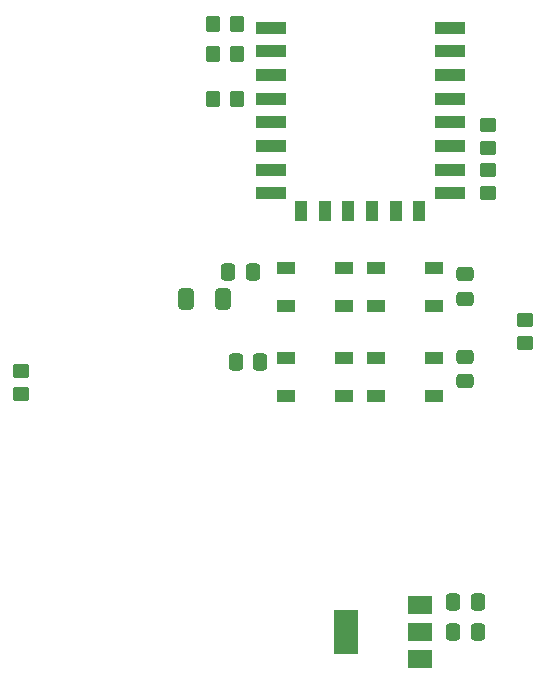
<source format=gbr>
%TF.GenerationSoftware,KiCad,Pcbnew,(6.0.1)*%
%TF.CreationDate,2022-02-03T22:35:59+01:00*%
%TF.ProjectId,ESP8266_12F_BASIC,45535038-3236-4365-9f31-32465f424153,rev?*%
%TF.SameCoordinates,Original*%
%TF.FileFunction,Paste,Top*%
%TF.FilePolarity,Positive*%
%FSLAX46Y46*%
G04 Gerber Fmt 4.6, Leading zero omitted, Abs format (unit mm)*
G04 Created by KiCad (PCBNEW (6.0.1)) date 2022-02-03 22:35:59*
%MOMM*%
%LPD*%
G01*
G04 APERTURE LIST*
G04 Aperture macros list*
%AMRoundRect*
0 Rectangle with rounded corners*
0 $1 Rounding radius*
0 $2 $3 $4 $5 $6 $7 $8 $9 X,Y pos of 4 corners*
0 Add a 4 corners polygon primitive as box body*
4,1,4,$2,$3,$4,$5,$6,$7,$8,$9,$2,$3,0*
0 Add four circle primitives for the rounded corners*
1,1,$1+$1,$2,$3*
1,1,$1+$1,$4,$5*
1,1,$1+$1,$6,$7*
1,1,$1+$1,$8,$9*
0 Add four rect primitives between the rounded corners*
20,1,$1+$1,$2,$3,$4,$5,0*
20,1,$1+$1,$4,$5,$6,$7,0*
20,1,$1+$1,$6,$7,$8,$9,0*
20,1,$1+$1,$8,$9,$2,$3,0*%
G04 Aperture macros list end*
%ADD10RoundRect,0.250000X0.350000X0.450000X-0.350000X0.450000X-0.350000X-0.450000X0.350000X-0.450000X0*%
%ADD11R,1.500000X1.000000*%
%ADD12R,2.000000X1.500000*%
%ADD13R,2.000000X3.800000*%
%ADD14RoundRect,0.250000X0.450000X-0.350000X0.450000X0.350000X-0.450000X0.350000X-0.450000X-0.350000X0*%
%ADD15RoundRect,0.250000X-0.412500X-0.650000X0.412500X-0.650000X0.412500X0.650000X-0.412500X0.650000X0*%
%ADD16RoundRect,0.250000X0.337500X0.475000X-0.337500X0.475000X-0.337500X-0.475000X0.337500X-0.475000X0*%
%ADD17RoundRect,0.250000X-0.337500X-0.475000X0.337500X-0.475000X0.337500X0.475000X-0.337500X0.475000X0*%
%ADD18RoundRect,0.250000X-0.475000X0.337500X-0.475000X-0.337500X0.475000X-0.337500X0.475000X0.337500X0*%
%ADD19R,2.500000X1.000000*%
%ADD20R,1.000000X1.800000*%
G04 APERTURE END LIST*
D10*
%TO.C,R4*%
X141970000Y-81915000D03*
X139970000Y-81915000D03*
%TD*%
D11*
%TO.C,D2*%
X153760000Y-96190000D03*
X153760000Y-99390000D03*
X158660000Y-99390000D03*
X158660000Y-96190000D03*
%TD*%
%TO.C,D1*%
X146140000Y-96190000D03*
X146140000Y-99390000D03*
X151040000Y-99390000D03*
X151040000Y-96190000D03*
%TD*%
D12*
%TO.C,U2*%
X157455000Y-129300000D03*
X157455000Y-127000000D03*
D13*
X151155000Y-127000000D03*
D12*
X157455000Y-124700000D03*
%TD*%
D14*
%TO.C,R6*%
X163195000Y-89900000D03*
X163195000Y-87900000D03*
%TD*%
D15*
%TO.C,C4*%
X137629500Y-98806000D03*
X140754500Y-98806000D03*
%TD*%
D16*
%TO.C,C5*%
X143277500Y-96520000D03*
X141202500Y-96520000D03*
%TD*%
D14*
%TO.C,R7*%
X166370000Y-102600000D03*
X166370000Y-100600000D03*
%TD*%
D17*
%TO.C,C1*%
X160252500Y-124460000D03*
X162327500Y-124460000D03*
%TD*%
D14*
%TO.C,R5*%
X163195000Y-86090000D03*
X163195000Y-84090000D03*
%TD*%
D16*
%TO.C,C7*%
X143912500Y-104140000D03*
X141837500Y-104140000D03*
%TD*%
D18*
%TO.C,C6*%
X161290000Y-96752500D03*
X161290000Y-98827500D03*
%TD*%
%TO.C,C8*%
X161290000Y-103737500D03*
X161290000Y-105812500D03*
%TD*%
D14*
%TO.C,R2*%
X123698000Y-106918000D03*
X123698000Y-104918000D03*
%TD*%
D10*
%TO.C,R3*%
X141970000Y-75565000D03*
X139970000Y-75565000D03*
%TD*%
D17*
%TO.C,C2*%
X160252500Y-127000000D03*
X162327500Y-127000000D03*
%TD*%
D19*
%TO.C,U1*%
X144800000Y-75875000D03*
X144800000Y-77875000D03*
X144800000Y-79875000D03*
X144800000Y-81875000D03*
X144800000Y-83875000D03*
X144800000Y-85875000D03*
X144800000Y-87875000D03*
X144800000Y-89875000D03*
D20*
X147400000Y-91375000D03*
X149400000Y-91375000D03*
X151400000Y-91375000D03*
X153400000Y-91375000D03*
X155400000Y-91375000D03*
X157400000Y-91375000D03*
D19*
X160000000Y-89875000D03*
X160000000Y-87875000D03*
X160000000Y-85875000D03*
X160000000Y-83875000D03*
X160000000Y-81875000D03*
X160000000Y-79875000D03*
X160000000Y-77875000D03*
X160000000Y-75875000D03*
%TD*%
D11*
%TO.C,D4*%
X153760000Y-103810000D03*
X153760000Y-107010000D03*
X158660000Y-107010000D03*
X158660000Y-103810000D03*
%TD*%
%TO.C,D3*%
X146140000Y-103810000D03*
X146140000Y-107010000D03*
X151040000Y-107010000D03*
X151040000Y-103810000D03*
%TD*%
D10*
%TO.C,R2*%
X141970000Y-78105000D03*
X139970000Y-78105000D03*
%TD*%
M02*

</source>
